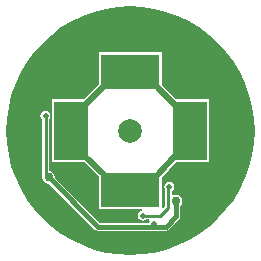
<source format=gbl>
%FSTAX23Y23*%
%MOIN*%
%SFA1B1*%

%IPPOS*%
%ADD15C,0.010000*%
%ADD16C,0.015000*%
%ADD17C,0.078740*%
%ADD18C,0.020000*%
%ADD19C,0.030000*%
%ADD20C,0.050000*%
%ADD21R,0.118110X0.196850*%
%ADD22R,0.196850X0.118110*%
%ADD23C,0.020000*%
%LNactive_electrode-1*%
%LPD*%
G36*
X00488Y00842D02*
X00528Y00836D01*
X00568Y00826*
X00606Y00812*
X00643Y00795*
X00678Y00774*
X0071Y0075*
X0074Y00722*
X00768Y00692*
X00792Y0066*
X00813Y00625*
X0083Y00588*
X00844Y0055*
X00854Y0051*
X0086Y0047*
X00862Y0043*
X0086Y00389*
X00854Y00349*
X00844Y00309*
X0083Y00271*
X00813Y00234*
X00792Y00199*
X00768Y00167*
X0074Y00137*
X0071Y00109*
X00678Y00085*
X00643Y00064*
X00606Y00047*
X00568Y00033*
X00528Y00023*
X00488Y00017*
X00448Y00016*
X00407Y00017*
X00367Y00023*
X00327Y00033*
X00289Y00047*
X00252Y00064*
X00218Y00085*
X00185Y00109*
X00155Y00137*
X00128Y00167*
X00103Y00199*
X00083Y00234*
X00065Y00271*
X00051Y00309*
X00042Y00349*
X00036Y00389*
X00034Y0043*
X00036Y0047*
X00042Y0051*
X00051Y0055*
X00065Y00588*
X00083Y00625*
X00103Y0066*
X00128Y00692*
X00155Y00722*
X00185Y0075*
X00218Y00774*
X00252Y00795*
X00289Y00812*
X00327Y00826*
X00367Y00836*
X00407Y00842*
X00448Y00844*
X00488Y00842*
G37*
%LNactive_electrode-2*%
%LPC*%
G36*
X00552Y00691D02*
X00343D01*
Y00585*
X00292Y00534*
X00186*
Y00325*
X00294*
X00343Y00277*
Y00168*
X00486*
X00486Y00167*
X00485Y00162*
X00483Y00162*
X00478Y00158*
X00474Y00153*
X00473Y00146*
X00474Y0014*
X00478Y00135*
X00483Y00131*
X0049Y0013*
X00496Y00131*
X00501Y00135*
X00501Y00135*
X0051*
X00511Y00133*
X00512Y0013*
X00509Y00126*
X00509Y00123*
X00345*
X00196Y00273*
X00196Y00275*
X00194Y00283*
X0019Y0029*
X00183Y00294*
X00176Y00296*
Y00468*
X00176Y00468*
X0018Y00473*
X00181Y0048*
X0018Y00486*
X00176Y00491*
X00171Y00495*
X00165Y00496*
X00158Y00495*
X00153Y00491*
X00149Y00486*
X00148Y0048*
X00149Y00473*
X00153Y00468*
X00153Y00468*
Y00285*
X00153*
X00154Y0028*
X00154Y0028*
X00153Y00275*
X00155Y00266*
X00159Y00259*
X00166Y00255*
X00175Y00253*
X00176Y00253*
X0033Y001*
X00334Y00097*
X0034Y00096*
X00565*
X0057Y00097*
X00574Y001*
X00609Y00135*
X00612Y00139*
X00613Y00145*
X00613*
Y00178*
X00615Y00179*
X00619Y00186*
X00621Y00195*
X00619Y00203*
X00615Y0021*
X00608Y00214*
X006Y00216*
X00591Y00214*
X00589Y00213*
X00585Y00215*
Y00228*
X00589Y0023*
X00592Y00236*
X00593Y00242*
X00592Y00248*
X00589Y00254*
X00583Y00257*
X00577Y00258*
X00571Y00257*
X00565Y00254*
X00562Y00248*
X00561Y00242*
X00562Y00236*
X00562Y00235*
Y00177*
X00557Y00172*
X00552Y00174*
Y00273*
X00601Y00325*
X0071*
Y00534*
X006*
X00573Y00561*
X00552Y00583*
Y00691*
G37*
%LNactive_electrode-3*%
%LPD*%
G54D15*
X00666Y00428D02*
X00667Y00442D01*
X00453Y00646D02*
D01*
X00433Y00651D02*
X00453Y00646D01*
X00452Y00647D02*
D01*
X00433Y00651D02*
X00452Y00647D01*
X00233Y00431D02*
X00236Y00455D01*
X00231Y0041D02*
X00233Y00431D01*
X00662Y00447D02*
X00667Y00442D01*
X00662Y00412D02*
X0067Y0042D01*
X00452Y00647D02*
X00466Y00645D01*
X00453Y00646D02*
X00472Y00641D01*
X00666Y00428D02*
X00666Y00419D01*
X00548Y00146D02*
X00574Y00172D01*
Y00239*
X00577Y00242*
X00165Y00285D02*
Y0048D01*
Y00285D02*
X00175Y00275D01*
X0049Y00146D02*
X00548D01*
X00525Y00115D02*
Y0012D01*
Y00115D02*
X0053Y0011D01*
X00665Y0019D02*
X00815Y0034D01*
X0064Y0019D02*
X00665D01*
X0076Y0051D02*
X00815Y00455D01*
Y0034D02*
Y00455D01*
X00231Y0041D02*
X00231Y00409D01*
X00662Y00447D02*
D01*
X00452Y00647D02*
D01*
G54D16*
X0034Y0011D02*
X0053D01*
X00175Y00275D02*
X0034Y0011D01*
X0053D02*
X00565D01*
X006Y00145*
Y00195*
G54D17*
X00448Y0043D03*
G54D18*
X00577Y00242D03*
X00165Y0048D03*
X00525Y0012D03*
X0064Y0019D03*
X0049Y00146D03*
X0076Y0051D03*
X00562Y0055D03*
G54D19*
X006Y00195D03*
X00175Y00275D03*
G54D20*
X0015Y00215D03*
X00195Y0015D03*
X0076Y0061D03*
X00675Y00705D03*
X00755Y0021D03*
X0027Y00665D03*
X00605Y0067D03*
X00445Y00775D03*
X00175Y0067D03*
X00585Y0076D03*
X003Y00755D03*
G54D21*
X00645Y0043D03*
X00251D03*
G54D22*
X00448Y00626D03*
Y00233D03*
G54D23*
X00562Y0055D02*
X00662Y00447D01*
X00236Y00455D02*
X00433Y00651D01*
X00482Y00223D02*
X00661Y00414D01*
X00666Y00419D01*
X00231Y00409D02*
X0043Y00215D01*
X00661Y00414D02*
D01*
X00472Y00641D02*
X00562Y0055D01*
M02*
</source>
